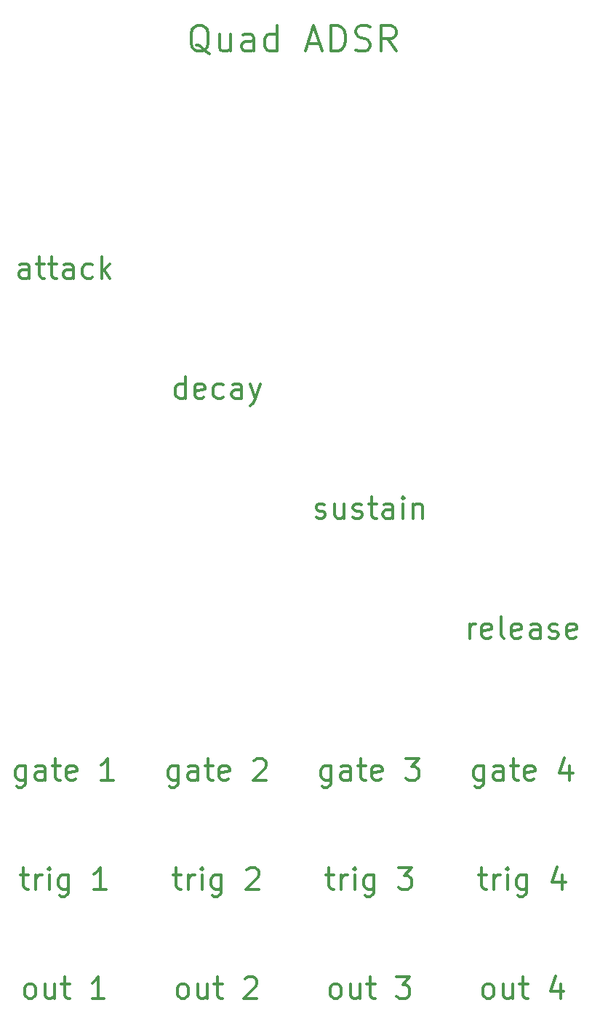
<source format=gbr>
G04 #@! TF.GenerationSoftware,KiCad,Pcbnew,5.1.6-c6e7f7d~87~ubuntu18.04.1*
G04 #@! TF.CreationDate,2020-08-19T11:01:40-04:00*
G04 #@! TF.ProjectId,qual_ADSR_front_panel,7175616c-5f41-4445-9352-5f66726f6e74,0*
G04 #@! TF.SameCoordinates,Original*
G04 #@! TF.FileFunction,Legend,Top*
G04 #@! TF.FilePolarity,Positive*
%FSLAX46Y46*%
G04 Gerber Fmt 4.6, Leading zero omitted, Abs format (unit mm)*
G04 Created by KiCad (PCBNEW 5.1.6-c6e7f7d~87~ubuntu18.04.1) date 2020-08-19 11:01:40*
%MOMM*%
%LPD*%
G01*
G04 APERTURE LIST*
%ADD10C,0.300000*%
G04 APERTURE END LIST*
D10*
X60929523Y-76060952D02*
X60929523Y-74394285D01*
X60929523Y-74870476D02*
X61048571Y-74632380D01*
X61167619Y-74513333D01*
X61405714Y-74394285D01*
X61643809Y-74394285D01*
X63429523Y-75941904D02*
X63191428Y-76060952D01*
X62715238Y-76060952D01*
X62477142Y-75941904D01*
X62358095Y-75703809D01*
X62358095Y-74751428D01*
X62477142Y-74513333D01*
X62715238Y-74394285D01*
X63191428Y-74394285D01*
X63429523Y-74513333D01*
X63548571Y-74751428D01*
X63548571Y-74989523D01*
X62358095Y-75227619D01*
X64977142Y-76060952D02*
X64739047Y-75941904D01*
X64620000Y-75703809D01*
X64620000Y-73560952D01*
X66881904Y-75941904D02*
X66643809Y-76060952D01*
X66167619Y-76060952D01*
X65929523Y-75941904D01*
X65810476Y-75703809D01*
X65810476Y-74751428D01*
X65929523Y-74513333D01*
X66167619Y-74394285D01*
X66643809Y-74394285D01*
X66881904Y-74513333D01*
X67000952Y-74751428D01*
X67000952Y-74989523D01*
X65810476Y-75227619D01*
X69143809Y-76060952D02*
X69143809Y-74751428D01*
X69024761Y-74513333D01*
X68786666Y-74394285D01*
X68310476Y-74394285D01*
X68072380Y-74513333D01*
X69143809Y-75941904D02*
X68905714Y-76060952D01*
X68310476Y-76060952D01*
X68072380Y-75941904D01*
X67953333Y-75703809D01*
X67953333Y-75465714D01*
X68072380Y-75227619D01*
X68310476Y-75108571D01*
X68905714Y-75108571D01*
X69143809Y-74989523D01*
X70215238Y-75941904D02*
X70453333Y-76060952D01*
X70929523Y-76060952D01*
X71167619Y-75941904D01*
X71286666Y-75703809D01*
X71286666Y-75584761D01*
X71167619Y-75346666D01*
X70929523Y-75227619D01*
X70572380Y-75227619D01*
X70334285Y-75108571D01*
X70215238Y-74870476D01*
X70215238Y-74751428D01*
X70334285Y-74513333D01*
X70572380Y-74394285D01*
X70929523Y-74394285D01*
X71167619Y-74513333D01*
X73310476Y-75941904D02*
X73072380Y-76060952D01*
X72596190Y-76060952D01*
X72358095Y-75941904D01*
X72239047Y-75703809D01*
X72239047Y-74751428D01*
X72358095Y-74513333D01*
X72596190Y-74394285D01*
X73072380Y-74394285D01*
X73310476Y-74513333D01*
X73429523Y-74751428D01*
X73429523Y-74989523D01*
X72239047Y-75227619D01*
X43090000Y-61971904D02*
X43328095Y-62090952D01*
X43804285Y-62090952D01*
X44042380Y-61971904D01*
X44161428Y-61733809D01*
X44161428Y-61614761D01*
X44042380Y-61376666D01*
X43804285Y-61257619D01*
X43447142Y-61257619D01*
X43209047Y-61138571D01*
X43090000Y-60900476D01*
X43090000Y-60781428D01*
X43209047Y-60543333D01*
X43447142Y-60424285D01*
X43804285Y-60424285D01*
X44042380Y-60543333D01*
X46304285Y-60424285D02*
X46304285Y-62090952D01*
X45232857Y-60424285D02*
X45232857Y-61733809D01*
X45351904Y-61971904D01*
X45590000Y-62090952D01*
X45947142Y-62090952D01*
X46185238Y-61971904D01*
X46304285Y-61852857D01*
X47375714Y-61971904D02*
X47613809Y-62090952D01*
X48090000Y-62090952D01*
X48328095Y-61971904D01*
X48447142Y-61733809D01*
X48447142Y-61614761D01*
X48328095Y-61376666D01*
X48090000Y-61257619D01*
X47732857Y-61257619D01*
X47494761Y-61138571D01*
X47375714Y-60900476D01*
X47375714Y-60781428D01*
X47494761Y-60543333D01*
X47732857Y-60424285D01*
X48090000Y-60424285D01*
X48328095Y-60543333D01*
X49161428Y-60424285D02*
X50113809Y-60424285D01*
X49518571Y-59590952D02*
X49518571Y-61733809D01*
X49637619Y-61971904D01*
X49875714Y-62090952D01*
X50113809Y-62090952D01*
X52018571Y-62090952D02*
X52018571Y-60781428D01*
X51899523Y-60543333D01*
X51661428Y-60424285D01*
X51185238Y-60424285D01*
X50947142Y-60543333D01*
X52018571Y-61971904D02*
X51780476Y-62090952D01*
X51185238Y-62090952D01*
X50947142Y-61971904D01*
X50828095Y-61733809D01*
X50828095Y-61495714D01*
X50947142Y-61257619D01*
X51185238Y-61138571D01*
X51780476Y-61138571D01*
X52018571Y-61019523D01*
X53209047Y-62090952D02*
X53209047Y-60424285D01*
X53209047Y-59590952D02*
X53090000Y-59710000D01*
X53209047Y-59829047D01*
X53328095Y-59710000D01*
X53209047Y-59590952D01*
X53209047Y-59829047D01*
X54399523Y-60424285D02*
X54399523Y-62090952D01*
X54399523Y-60662380D02*
X54518571Y-60543333D01*
X54756666Y-60424285D01*
X55113809Y-60424285D01*
X55351904Y-60543333D01*
X55470952Y-60781428D01*
X55470952Y-62090952D01*
X27869523Y-48120952D02*
X27869523Y-45620952D01*
X27869523Y-48001904D02*
X27631428Y-48120952D01*
X27155238Y-48120952D01*
X26917142Y-48001904D01*
X26798095Y-47882857D01*
X26679047Y-47644761D01*
X26679047Y-46930476D01*
X26798095Y-46692380D01*
X26917142Y-46573333D01*
X27155238Y-46454285D01*
X27631428Y-46454285D01*
X27869523Y-46573333D01*
X30012380Y-48001904D02*
X29774285Y-48120952D01*
X29298095Y-48120952D01*
X29060000Y-48001904D01*
X28940952Y-47763809D01*
X28940952Y-46811428D01*
X29060000Y-46573333D01*
X29298095Y-46454285D01*
X29774285Y-46454285D01*
X30012380Y-46573333D01*
X30131428Y-46811428D01*
X30131428Y-47049523D01*
X28940952Y-47287619D01*
X32274285Y-48001904D02*
X32036190Y-48120952D01*
X31560000Y-48120952D01*
X31321904Y-48001904D01*
X31202857Y-47882857D01*
X31083809Y-47644761D01*
X31083809Y-46930476D01*
X31202857Y-46692380D01*
X31321904Y-46573333D01*
X31560000Y-46454285D01*
X32036190Y-46454285D01*
X32274285Y-46573333D01*
X34417142Y-48120952D02*
X34417142Y-46811428D01*
X34298095Y-46573333D01*
X34060000Y-46454285D01*
X33583809Y-46454285D01*
X33345714Y-46573333D01*
X34417142Y-48001904D02*
X34179047Y-48120952D01*
X33583809Y-48120952D01*
X33345714Y-48001904D01*
X33226666Y-47763809D01*
X33226666Y-47525714D01*
X33345714Y-47287619D01*
X33583809Y-47168571D01*
X34179047Y-47168571D01*
X34417142Y-47049523D01*
X35369523Y-46454285D02*
X35964761Y-48120952D01*
X36560000Y-46454285D02*
X35964761Y-48120952D01*
X35726666Y-48716190D01*
X35607619Y-48835238D01*
X35369523Y-48954285D01*
X9672857Y-34150952D02*
X9672857Y-32841428D01*
X9553809Y-32603333D01*
X9315714Y-32484285D01*
X8839523Y-32484285D01*
X8601428Y-32603333D01*
X9672857Y-34031904D02*
X9434761Y-34150952D01*
X8839523Y-34150952D01*
X8601428Y-34031904D01*
X8482380Y-33793809D01*
X8482380Y-33555714D01*
X8601428Y-33317619D01*
X8839523Y-33198571D01*
X9434761Y-33198571D01*
X9672857Y-33079523D01*
X10506190Y-32484285D02*
X11458571Y-32484285D01*
X10863333Y-31650952D02*
X10863333Y-33793809D01*
X10982380Y-34031904D01*
X11220476Y-34150952D01*
X11458571Y-34150952D01*
X11934761Y-32484285D02*
X12887142Y-32484285D01*
X12291904Y-31650952D02*
X12291904Y-33793809D01*
X12410952Y-34031904D01*
X12649047Y-34150952D01*
X12887142Y-34150952D01*
X14791904Y-34150952D02*
X14791904Y-32841428D01*
X14672857Y-32603333D01*
X14434761Y-32484285D01*
X13958571Y-32484285D01*
X13720476Y-32603333D01*
X14791904Y-34031904D02*
X14553809Y-34150952D01*
X13958571Y-34150952D01*
X13720476Y-34031904D01*
X13601428Y-33793809D01*
X13601428Y-33555714D01*
X13720476Y-33317619D01*
X13958571Y-33198571D01*
X14553809Y-33198571D01*
X14791904Y-33079523D01*
X17053809Y-34031904D02*
X16815714Y-34150952D01*
X16339523Y-34150952D01*
X16101428Y-34031904D01*
X15982380Y-33912857D01*
X15863333Y-33674761D01*
X15863333Y-32960476D01*
X15982380Y-32722380D01*
X16101428Y-32603333D01*
X16339523Y-32484285D01*
X16815714Y-32484285D01*
X17053809Y-32603333D01*
X18125238Y-34150952D02*
X18125238Y-31650952D01*
X18363333Y-33198571D02*
X19077619Y-34150952D01*
X19077619Y-32484285D02*
X18125238Y-33436666D01*
X62953333Y-117970952D02*
X62715238Y-117851904D01*
X62596190Y-117732857D01*
X62477142Y-117494761D01*
X62477142Y-116780476D01*
X62596190Y-116542380D01*
X62715238Y-116423333D01*
X62953333Y-116304285D01*
X63310476Y-116304285D01*
X63548571Y-116423333D01*
X63667619Y-116542380D01*
X63786666Y-116780476D01*
X63786666Y-117494761D01*
X63667619Y-117732857D01*
X63548571Y-117851904D01*
X63310476Y-117970952D01*
X62953333Y-117970952D01*
X65929523Y-116304285D02*
X65929523Y-117970952D01*
X64858095Y-116304285D02*
X64858095Y-117613809D01*
X64977142Y-117851904D01*
X65215238Y-117970952D01*
X65572380Y-117970952D01*
X65810476Y-117851904D01*
X65929523Y-117732857D01*
X66762857Y-116304285D02*
X67715238Y-116304285D01*
X67120000Y-115470952D02*
X67120000Y-117613809D01*
X67239047Y-117851904D01*
X67477142Y-117970952D01*
X67715238Y-117970952D01*
X71524761Y-116304285D02*
X71524761Y-117970952D01*
X70929523Y-115351904D02*
X70334285Y-117137619D01*
X71881904Y-117137619D01*
X45173333Y-117970952D02*
X44935238Y-117851904D01*
X44816190Y-117732857D01*
X44697142Y-117494761D01*
X44697142Y-116780476D01*
X44816190Y-116542380D01*
X44935238Y-116423333D01*
X45173333Y-116304285D01*
X45530476Y-116304285D01*
X45768571Y-116423333D01*
X45887619Y-116542380D01*
X46006666Y-116780476D01*
X46006666Y-117494761D01*
X45887619Y-117732857D01*
X45768571Y-117851904D01*
X45530476Y-117970952D01*
X45173333Y-117970952D01*
X48149523Y-116304285D02*
X48149523Y-117970952D01*
X47078095Y-116304285D02*
X47078095Y-117613809D01*
X47197142Y-117851904D01*
X47435238Y-117970952D01*
X47792380Y-117970952D01*
X48030476Y-117851904D01*
X48149523Y-117732857D01*
X48982857Y-116304285D02*
X49935238Y-116304285D01*
X49340000Y-115470952D02*
X49340000Y-117613809D01*
X49459047Y-117851904D01*
X49697142Y-117970952D01*
X49935238Y-117970952D01*
X52435238Y-115470952D02*
X53982857Y-115470952D01*
X53149523Y-116423333D01*
X53506666Y-116423333D01*
X53744761Y-116542380D01*
X53863809Y-116661428D01*
X53982857Y-116899523D01*
X53982857Y-117494761D01*
X53863809Y-117732857D01*
X53744761Y-117851904D01*
X53506666Y-117970952D01*
X52792380Y-117970952D01*
X52554285Y-117851904D01*
X52435238Y-117732857D01*
X27393333Y-117970952D02*
X27155238Y-117851904D01*
X27036190Y-117732857D01*
X26917142Y-117494761D01*
X26917142Y-116780476D01*
X27036190Y-116542380D01*
X27155238Y-116423333D01*
X27393333Y-116304285D01*
X27750476Y-116304285D01*
X27988571Y-116423333D01*
X28107619Y-116542380D01*
X28226666Y-116780476D01*
X28226666Y-117494761D01*
X28107619Y-117732857D01*
X27988571Y-117851904D01*
X27750476Y-117970952D01*
X27393333Y-117970952D01*
X30369523Y-116304285D02*
X30369523Y-117970952D01*
X29298095Y-116304285D02*
X29298095Y-117613809D01*
X29417142Y-117851904D01*
X29655238Y-117970952D01*
X30012380Y-117970952D01*
X30250476Y-117851904D01*
X30369523Y-117732857D01*
X31202857Y-116304285D02*
X32155238Y-116304285D01*
X31560000Y-115470952D02*
X31560000Y-117613809D01*
X31679047Y-117851904D01*
X31917142Y-117970952D01*
X32155238Y-117970952D01*
X34774285Y-115709047D02*
X34893333Y-115590000D01*
X35131428Y-115470952D01*
X35726666Y-115470952D01*
X35964761Y-115590000D01*
X36083809Y-115709047D01*
X36202857Y-115947142D01*
X36202857Y-116185238D01*
X36083809Y-116542380D01*
X34655238Y-117970952D01*
X36202857Y-117970952D01*
X62000952Y-103604285D02*
X62953333Y-103604285D01*
X62358095Y-102770952D02*
X62358095Y-104913809D01*
X62477142Y-105151904D01*
X62715238Y-105270952D01*
X62953333Y-105270952D01*
X63786666Y-105270952D02*
X63786666Y-103604285D01*
X63786666Y-104080476D02*
X63905714Y-103842380D01*
X64024761Y-103723333D01*
X64262857Y-103604285D01*
X64500952Y-103604285D01*
X65334285Y-105270952D02*
X65334285Y-103604285D01*
X65334285Y-102770952D02*
X65215238Y-102890000D01*
X65334285Y-103009047D01*
X65453333Y-102890000D01*
X65334285Y-102770952D01*
X65334285Y-103009047D01*
X67596190Y-103604285D02*
X67596190Y-105628095D01*
X67477142Y-105866190D01*
X67358095Y-105985238D01*
X67120000Y-106104285D01*
X66762857Y-106104285D01*
X66524761Y-105985238D01*
X67596190Y-105151904D02*
X67358095Y-105270952D01*
X66881904Y-105270952D01*
X66643809Y-105151904D01*
X66524761Y-105032857D01*
X66405714Y-104794761D01*
X66405714Y-104080476D01*
X66524761Y-103842380D01*
X66643809Y-103723333D01*
X66881904Y-103604285D01*
X67358095Y-103604285D01*
X67596190Y-103723333D01*
X71762857Y-103604285D02*
X71762857Y-105270952D01*
X71167619Y-102651904D02*
X70572380Y-104437619D01*
X72120000Y-104437619D01*
X44220952Y-103604285D02*
X45173333Y-103604285D01*
X44578095Y-102770952D02*
X44578095Y-104913809D01*
X44697142Y-105151904D01*
X44935238Y-105270952D01*
X45173333Y-105270952D01*
X46006666Y-105270952D02*
X46006666Y-103604285D01*
X46006666Y-104080476D02*
X46125714Y-103842380D01*
X46244761Y-103723333D01*
X46482857Y-103604285D01*
X46720952Y-103604285D01*
X47554285Y-105270952D02*
X47554285Y-103604285D01*
X47554285Y-102770952D02*
X47435238Y-102890000D01*
X47554285Y-103009047D01*
X47673333Y-102890000D01*
X47554285Y-102770952D01*
X47554285Y-103009047D01*
X49816190Y-103604285D02*
X49816190Y-105628095D01*
X49697142Y-105866190D01*
X49578095Y-105985238D01*
X49340000Y-106104285D01*
X48982857Y-106104285D01*
X48744761Y-105985238D01*
X49816190Y-105151904D02*
X49578095Y-105270952D01*
X49101904Y-105270952D01*
X48863809Y-105151904D01*
X48744761Y-105032857D01*
X48625714Y-104794761D01*
X48625714Y-104080476D01*
X48744761Y-103842380D01*
X48863809Y-103723333D01*
X49101904Y-103604285D01*
X49578095Y-103604285D01*
X49816190Y-103723333D01*
X52673333Y-102770952D02*
X54220952Y-102770952D01*
X53387619Y-103723333D01*
X53744761Y-103723333D01*
X53982857Y-103842380D01*
X54101904Y-103961428D01*
X54220952Y-104199523D01*
X54220952Y-104794761D01*
X54101904Y-105032857D01*
X53982857Y-105151904D01*
X53744761Y-105270952D01*
X53030476Y-105270952D01*
X52792380Y-105151904D01*
X52673333Y-105032857D01*
X26440952Y-103604285D02*
X27393333Y-103604285D01*
X26798095Y-102770952D02*
X26798095Y-104913809D01*
X26917142Y-105151904D01*
X27155238Y-105270952D01*
X27393333Y-105270952D01*
X28226666Y-105270952D02*
X28226666Y-103604285D01*
X28226666Y-104080476D02*
X28345714Y-103842380D01*
X28464761Y-103723333D01*
X28702857Y-103604285D01*
X28940952Y-103604285D01*
X29774285Y-105270952D02*
X29774285Y-103604285D01*
X29774285Y-102770952D02*
X29655238Y-102890000D01*
X29774285Y-103009047D01*
X29893333Y-102890000D01*
X29774285Y-102770952D01*
X29774285Y-103009047D01*
X32036190Y-103604285D02*
X32036190Y-105628095D01*
X31917142Y-105866190D01*
X31798095Y-105985238D01*
X31560000Y-106104285D01*
X31202857Y-106104285D01*
X30964761Y-105985238D01*
X32036190Y-105151904D02*
X31798095Y-105270952D01*
X31321904Y-105270952D01*
X31083809Y-105151904D01*
X30964761Y-105032857D01*
X30845714Y-104794761D01*
X30845714Y-104080476D01*
X30964761Y-103842380D01*
X31083809Y-103723333D01*
X31321904Y-103604285D01*
X31798095Y-103604285D01*
X32036190Y-103723333D01*
X35012380Y-103009047D02*
X35131428Y-102890000D01*
X35369523Y-102770952D01*
X35964761Y-102770952D01*
X36202857Y-102890000D01*
X36321904Y-103009047D01*
X36440952Y-103247142D01*
X36440952Y-103485238D01*
X36321904Y-103842380D01*
X34893333Y-105270952D01*
X36440952Y-105270952D01*
X62596190Y-90904285D02*
X62596190Y-92928095D01*
X62477142Y-93166190D01*
X62358095Y-93285238D01*
X62120000Y-93404285D01*
X61762857Y-93404285D01*
X61524761Y-93285238D01*
X62596190Y-92451904D02*
X62358095Y-92570952D01*
X61881904Y-92570952D01*
X61643809Y-92451904D01*
X61524761Y-92332857D01*
X61405714Y-92094761D01*
X61405714Y-91380476D01*
X61524761Y-91142380D01*
X61643809Y-91023333D01*
X61881904Y-90904285D01*
X62358095Y-90904285D01*
X62596190Y-91023333D01*
X64858095Y-92570952D02*
X64858095Y-91261428D01*
X64739047Y-91023333D01*
X64500952Y-90904285D01*
X64024761Y-90904285D01*
X63786666Y-91023333D01*
X64858095Y-92451904D02*
X64620000Y-92570952D01*
X64024761Y-92570952D01*
X63786666Y-92451904D01*
X63667619Y-92213809D01*
X63667619Y-91975714D01*
X63786666Y-91737619D01*
X64024761Y-91618571D01*
X64620000Y-91618571D01*
X64858095Y-91499523D01*
X65691428Y-90904285D02*
X66643809Y-90904285D01*
X66048571Y-90070952D02*
X66048571Y-92213809D01*
X66167619Y-92451904D01*
X66405714Y-92570952D01*
X66643809Y-92570952D01*
X68429523Y-92451904D02*
X68191428Y-92570952D01*
X67715238Y-92570952D01*
X67477142Y-92451904D01*
X67358095Y-92213809D01*
X67358095Y-91261428D01*
X67477142Y-91023333D01*
X67715238Y-90904285D01*
X68191428Y-90904285D01*
X68429523Y-91023333D01*
X68548571Y-91261428D01*
X68548571Y-91499523D01*
X67358095Y-91737619D01*
X72596190Y-90904285D02*
X72596190Y-92570952D01*
X72000952Y-89951904D02*
X71405714Y-91737619D01*
X72953333Y-91737619D01*
X44816190Y-90904285D02*
X44816190Y-92928095D01*
X44697142Y-93166190D01*
X44578095Y-93285238D01*
X44340000Y-93404285D01*
X43982857Y-93404285D01*
X43744761Y-93285238D01*
X44816190Y-92451904D02*
X44578095Y-92570952D01*
X44101904Y-92570952D01*
X43863809Y-92451904D01*
X43744761Y-92332857D01*
X43625714Y-92094761D01*
X43625714Y-91380476D01*
X43744761Y-91142380D01*
X43863809Y-91023333D01*
X44101904Y-90904285D01*
X44578095Y-90904285D01*
X44816190Y-91023333D01*
X47078095Y-92570952D02*
X47078095Y-91261428D01*
X46959047Y-91023333D01*
X46720952Y-90904285D01*
X46244761Y-90904285D01*
X46006666Y-91023333D01*
X47078095Y-92451904D02*
X46840000Y-92570952D01*
X46244761Y-92570952D01*
X46006666Y-92451904D01*
X45887619Y-92213809D01*
X45887619Y-91975714D01*
X46006666Y-91737619D01*
X46244761Y-91618571D01*
X46840000Y-91618571D01*
X47078095Y-91499523D01*
X47911428Y-90904285D02*
X48863809Y-90904285D01*
X48268571Y-90070952D02*
X48268571Y-92213809D01*
X48387619Y-92451904D01*
X48625714Y-92570952D01*
X48863809Y-92570952D01*
X50649523Y-92451904D02*
X50411428Y-92570952D01*
X49935238Y-92570952D01*
X49697142Y-92451904D01*
X49578095Y-92213809D01*
X49578095Y-91261428D01*
X49697142Y-91023333D01*
X49935238Y-90904285D01*
X50411428Y-90904285D01*
X50649523Y-91023333D01*
X50768571Y-91261428D01*
X50768571Y-91499523D01*
X49578095Y-91737619D01*
X53506666Y-90070952D02*
X55054285Y-90070952D01*
X54220952Y-91023333D01*
X54578095Y-91023333D01*
X54816190Y-91142380D01*
X54935238Y-91261428D01*
X55054285Y-91499523D01*
X55054285Y-92094761D01*
X54935238Y-92332857D01*
X54816190Y-92451904D01*
X54578095Y-92570952D01*
X53863809Y-92570952D01*
X53625714Y-92451904D01*
X53506666Y-92332857D01*
X27036190Y-90904285D02*
X27036190Y-92928095D01*
X26917142Y-93166190D01*
X26798095Y-93285238D01*
X26560000Y-93404285D01*
X26202857Y-93404285D01*
X25964761Y-93285238D01*
X27036190Y-92451904D02*
X26798095Y-92570952D01*
X26321904Y-92570952D01*
X26083809Y-92451904D01*
X25964761Y-92332857D01*
X25845714Y-92094761D01*
X25845714Y-91380476D01*
X25964761Y-91142380D01*
X26083809Y-91023333D01*
X26321904Y-90904285D01*
X26798095Y-90904285D01*
X27036190Y-91023333D01*
X29298095Y-92570952D02*
X29298095Y-91261428D01*
X29179047Y-91023333D01*
X28940952Y-90904285D01*
X28464761Y-90904285D01*
X28226666Y-91023333D01*
X29298095Y-92451904D02*
X29060000Y-92570952D01*
X28464761Y-92570952D01*
X28226666Y-92451904D01*
X28107619Y-92213809D01*
X28107619Y-91975714D01*
X28226666Y-91737619D01*
X28464761Y-91618571D01*
X29060000Y-91618571D01*
X29298095Y-91499523D01*
X30131428Y-90904285D02*
X31083809Y-90904285D01*
X30488571Y-90070952D02*
X30488571Y-92213809D01*
X30607619Y-92451904D01*
X30845714Y-92570952D01*
X31083809Y-92570952D01*
X32869523Y-92451904D02*
X32631428Y-92570952D01*
X32155238Y-92570952D01*
X31917142Y-92451904D01*
X31798095Y-92213809D01*
X31798095Y-91261428D01*
X31917142Y-91023333D01*
X32155238Y-90904285D01*
X32631428Y-90904285D01*
X32869523Y-91023333D01*
X32988571Y-91261428D01*
X32988571Y-91499523D01*
X31798095Y-91737619D01*
X35845714Y-90309047D02*
X35964761Y-90190000D01*
X36202857Y-90070952D01*
X36798095Y-90070952D01*
X37036190Y-90190000D01*
X37155238Y-90309047D01*
X37274285Y-90547142D01*
X37274285Y-90785238D01*
X37155238Y-91142380D01*
X35726666Y-92570952D01*
X37274285Y-92570952D01*
X9613333Y-117970952D02*
X9375238Y-117851904D01*
X9256190Y-117732857D01*
X9137142Y-117494761D01*
X9137142Y-116780476D01*
X9256190Y-116542380D01*
X9375238Y-116423333D01*
X9613333Y-116304285D01*
X9970476Y-116304285D01*
X10208571Y-116423333D01*
X10327619Y-116542380D01*
X10446666Y-116780476D01*
X10446666Y-117494761D01*
X10327619Y-117732857D01*
X10208571Y-117851904D01*
X9970476Y-117970952D01*
X9613333Y-117970952D01*
X12589523Y-116304285D02*
X12589523Y-117970952D01*
X11518095Y-116304285D02*
X11518095Y-117613809D01*
X11637142Y-117851904D01*
X11875238Y-117970952D01*
X12232380Y-117970952D01*
X12470476Y-117851904D01*
X12589523Y-117732857D01*
X13422857Y-116304285D02*
X14375238Y-116304285D01*
X13780000Y-115470952D02*
X13780000Y-117613809D01*
X13899047Y-117851904D01*
X14137142Y-117970952D01*
X14375238Y-117970952D01*
X18422857Y-117970952D02*
X16994285Y-117970952D01*
X17708571Y-117970952D02*
X17708571Y-115470952D01*
X17470476Y-115828095D01*
X17232380Y-116066190D01*
X16994285Y-116185238D01*
X8660952Y-103604285D02*
X9613333Y-103604285D01*
X9018095Y-102770952D02*
X9018095Y-104913809D01*
X9137142Y-105151904D01*
X9375238Y-105270952D01*
X9613333Y-105270952D01*
X10446666Y-105270952D02*
X10446666Y-103604285D01*
X10446666Y-104080476D02*
X10565714Y-103842380D01*
X10684761Y-103723333D01*
X10922857Y-103604285D01*
X11160952Y-103604285D01*
X11994285Y-105270952D02*
X11994285Y-103604285D01*
X11994285Y-102770952D02*
X11875238Y-102890000D01*
X11994285Y-103009047D01*
X12113333Y-102890000D01*
X11994285Y-102770952D01*
X11994285Y-103009047D01*
X14256190Y-103604285D02*
X14256190Y-105628095D01*
X14137142Y-105866190D01*
X14018095Y-105985238D01*
X13779999Y-106104285D01*
X13422857Y-106104285D01*
X13184761Y-105985238D01*
X14256190Y-105151904D02*
X14018095Y-105270952D01*
X13541904Y-105270952D01*
X13303809Y-105151904D01*
X13184761Y-105032857D01*
X13065714Y-104794761D01*
X13065714Y-104080476D01*
X13184761Y-103842380D01*
X13303809Y-103723333D01*
X13541904Y-103604285D01*
X14018095Y-103604285D01*
X14256190Y-103723333D01*
X18660952Y-105270952D02*
X17232380Y-105270952D01*
X17946666Y-105270952D02*
X17946666Y-102770952D01*
X17708571Y-103128095D01*
X17470476Y-103366190D01*
X17232380Y-103485238D01*
X9256190Y-90904285D02*
X9256190Y-92928095D01*
X9137142Y-93166190D01*
X9018095Y-93285238D01*
X8780000Y-93404285D01*
X8422857Y-93404285D01*
X8184761Y-93285238D01*
X9256190Y-92451904D02*
X9018095Y-92570952D01*
X8541904Y-92570952D01*
X8303809Y-92451904D01*
X8184761Y-92332857D01*
X8065714Y-92094761D01*
X8065714Y-91380476D01*
X8184761Y-91142380D01*
X8303809Y-91023333D01*
X8541904Y-90904285D01*
X9018095Y-90904285D01*
X9256190Y-91023333D01*
X11518095Y-92570952D02*
X11518095Y-91261428D01*
X11399047Y-91023333D01*
X11160952Y-90904285D01*
X10684761Y-90904285D01*
X10446666Y-91023333D01*
X11518095Y-92451904D02*
X11280000Y-92570952D01*
X10684761Y-92570952D01*
X10446666Y-92451904D01*
X10327619Y-92213809D01*
X10327619Y-91975714D01*
X10446666Y-91737619D01*
X10684761Y-91618571D01*
X11280000Y-91618571D01*
X11518095Y-91499523D01*
X12351428Y-90904285D02*
X13303809Y-90904285D01*
X12708571Y-90070952D02*
X12708571Y-92213809D01*
X12827619Y-92451904D01*
X13065714Y-92570952D01*
X13303809Y-92570952D01*
X15089523Y-92451904D02*
X14851428Y-92570952D01*
X14375238Y-92570952D01*
X14137142Y-92451904D01*
X14018095Y-92213809D01*
X14018095Y-91261428D01*
X14137142Y-91023333D01*
X14375238Y-90904285D01*
X14851428Y-90904285D01*
X15089523Y-91023333D01*
X15208571Y-91261428D01*
X15208571Y-91499523D01*
X14018095Y-91737619D01*
X19494285Y-92570952D02*
X18065714Y-92570952D01*
X18780000Y-92570952D02*
X18780000Y-90070952D01*
X18541904Y-90428095D01*
X18303809Y-90666190D01*
X18065714Y-90785238D01*
X30664285Y-7992857D02*
X30378571Y-7850000D01*
X30092857Y-7564285D01*
X29664285Y-7135714D01*
X29378571Y-6992857D01*
X29092857Y-6992857D01*
X29235714Y-7707142D02*
X28950000Y-7564285D01*
X28664285Y-7278571D01*
X28521428Y-6707142D01*
X28521428Y-5707142D01*
X28664285Y-5135714D01*
X28950000Y-4850000D01*
X29235714Y-4707142D01*
X29807142Y-4707142D01*
X30092857Y-4850000D01*
X30378571Y-5135714D01*
X30521428Y-5707142D01*
X30521428Y-6707142D01*
X30378571Y-7278571D01*
X30092857Y-7564285D01*
X29807142Y-7707142D01*
X29235714Y-7707142D01*
X33092857Y-5707142D02*
X33092857Y-7707142D01*
X31807142Y-5707142D02*
X31807142Y-7278571D01*
X31950000Y-7564285D01*
X32235714Y-7707142D01*
X32664285Y-7707142D01*
X32950000Y-7564285D01*
X33092857Y-7421428D01*
X35807142Y-7707142D02*
X35807142Y-6135714D01*
X35664285Y-5850000D01*
X35378571Y-5707142D01*
X34807142Y-5707142D01*
X34521428Y-5850000D01*
X35807142Y-7564285D02*
X35521428Y-7707142D01*
X34807142Y-7707142D01*
X34521428Y-7564285D01*
X34378571Y-7278571D01*
X34378571Y-6992857D01*
X34521428Y-6707142D01*
X34807142Y-6564285D01*
X35521428Y-6564285D01*
X35807142Y-6421428D01*
X38521428Y-7707142D02*
X38521428Y-4707142D01*
X38521428Y-7564285D02*
X38235714Y-7707142D01*
X37664285Y-7707142D01*
X37378571Y-7564285D01*
X37235714Y-7421428D01*
X37092857Y-7135714D01*
X37092857Y-6278571D01*
X37235714Y-5992857D01*
X37378571Y-5850000D01*
X37664285Y-5707142D01*
X38235714Y-5707142D01*
X38521428Y-5850000D01*
X42092857Y-6850000D02*
X43521428Y-6850000D01*
X41807142Y-7707142D02*
X42807142Y-4707142D01*
X43807142Y-7707142D01*
X44807142Y-7707142D02*
X44807142Y-4707142D01*
X45521428Y-4707142D01*
X45950000Y-4850000D01*
X46235714Y-5135714D01*
X46378571Y-5421428D01*
X46521428Y-5992857D01*
X46521428Y-6421428D01*
X46378571Y-6992857D01*
X46235714Y-7278571D01*
X45950000Y-7564285D01*
X45521428Y-7707142D01*
X44807142Y-7707142D01*
X47664285Y-7564285D02*
X48092857Y-7707142D01*
X48807142Y-7707142D01*
X49092857Y-7564285D01*
X49235714Y-7421428D01*
X49378571Y-7135714D01*
X49378571Y-6850000D01*
X49235714Y-6564285D01*
X49092857Y-6421428D01*
X48807142Y-6278571D01*
X48235714Y-6135714D01*
X47950000Y-5992857D01*
X47807142Y-5850000D01*
X47664285Y-5564285D01*
X47664285Y-5278571D01*
X47807142Y-4992857D01*
X47950000Y-4850000D01*
X48235714Y-4707142D01*
X48950000Y-4707142D01*
X49378571Y-4850000D01*
X52378571Y-7707142D02*
X51378571Y-6278571D01*
X50664285Y-7707142D02*
X50664285Y-4707142D01*
X51807142Y-4707142D01*
X52092857Y-4850000D01*
X52235714Y-4992857D01*
X52378571Y-5278571D01*
X52378571Y-5707142D01*
X52235714Y-5992857D01*
X52092857Y-6135714D01*
X51807142Y-6278571D01*
X50664285Y-6278571D01*
M02*

</source>
